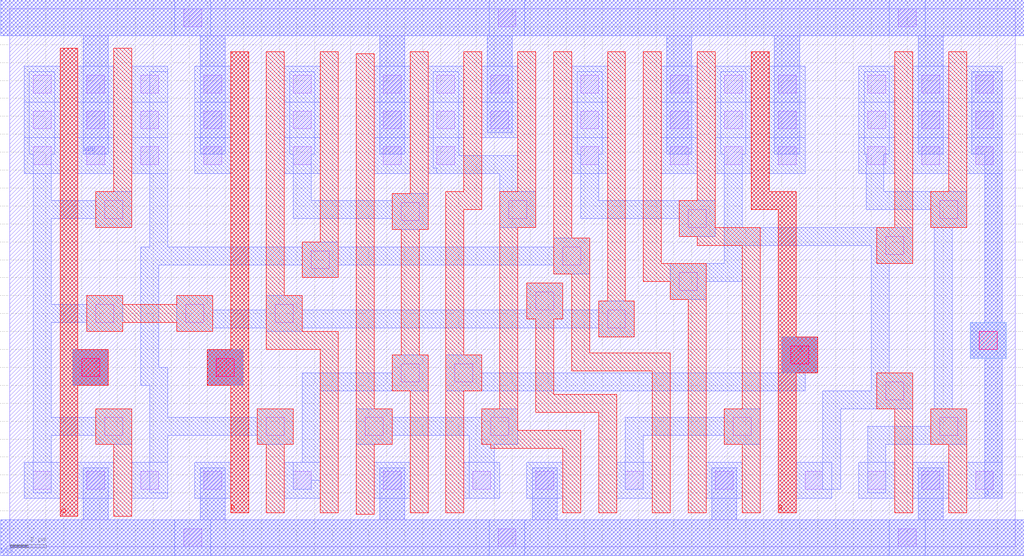
<source format=lef>
VERSION 5.3 ;

NAMESCASESENSITIVE ON ;

UNITS
  DATABASE MICRONS 1000 ;
END UNITS











MACRO sff1LEF
  CLASS BLOCK ;
  PIN CK
    DIRECTION INPUT ;
    PORT
      LAYER POL ;
        POLYGON 2.800 27.800  2.800 1.700  3.800 1.700  3.800 9.000  5.500 
        9.000  5.500 11.000  3.800 11.000  3.800 27.800  2.800 27.800  ;
    END
    PORT
      LAYER ML1 ;
        POLYGON 3.500 9.000  3.500 11.000  5.500 11.000  5.500 9.000  3.500 
        9.000  ;
    END
  END CK
  PIN D
    DIRECTION INPUT ;
    PORT
      LAYER POL ;
        POLYGON 11.000 11.000  11.000 9.000  12.300 9.000  12.300 1.900  
        13.300 1.900  13.300 27.600  12.300 27.600  12.300 11.000  11.000 
        11.000  ;
    END
    PORT
      LAYER ML1 ;
        POLYGON 11.000 9.000  11.000 11.000  13.000 11.000  13.000 9.000  
        11.000 9.000  ;
    END
  END D
  PIN Q
    DIRECTION OUTPUT ;
    PORT
      LAYER ML1 ;
        POLYGON 53.500 12.500  53.500 10.500  54.300 10.500  54.300 2.700  
        55.300 2.700  55.300 10.500  55.500 10.500  55.500 12.500  55.300 
        12.500  55.300 26.500  53.600 26.500  53.600 21.900  54.300 21.900  
        54.300 12.500  53.500 12.500  ;
    END
  END Q
  PIN S
    DIRECTION INPUT ;
    PORT
      LAYER POL ;
        POLYGON 41.300 27.600  41.300 18.800  42.800 18.800  42.800 1.900  
        43.800 1.900  43.800 9.700  45.000 9.700  45.000 11.700  43.800 11.700 
         43.800 19.800  42.300 19.800  42.300 27.600  41.300 27.600  ;
    END
    PORT
      LAYER ML1 ;
        RECT 43.000 9.700  45.000 11.700  ;
    END
  END S
  PIN VDD
    DIRECTION INOUT ;
    PORT
      LAYER ML1 ;
        POLYGON -0.500 30.500  -0.500 28.500  4.100 28.500  4.100 21.900  
        5.500 21.900  5.500 28.500  10.600 28.500  10.600 21.900  12.000 
        21.900  12.000 28.500  20.600 28.500  20.600 21.900  22.000 21.900  
        22.000 28.500  26.600 28.500  26.600 23.100  28.000 23.100  28.000 
        28.500  36.600 28.500  36.600 21.900  38.000 21.900  38.000 28.500  
        42.600 28.500  42.600 21.900  44.000 21.900  44.000 28.500  50.600 
        28.500  50.600 21.900  52.000 21.900  52.000 28.500  56.500 28.500  
        56.500 30.500  -0.500 30.500  ;
    END
  END VDD
  PIN VSS
    DIRECTION INOUT ;
    PORT
      LAYER ML1 ;
        POLYGON -0.500 1.500  -0.500 -0.500  56.500 -0.500  56.500 1.500  
        52.000 1.500  52.000 4.400  50.600 4.400  50.600 1.500  40.500 1.500  
        40.500 4.400  39.100 4.400  39.100 1.500  30.500 1.500  30.500 4.400  
        29.100 4.400  29.100 1.500  22.000 1.500  22.000 4.400  20.600 4.400  
        20.600 1.500  12.000 1.500  12.000 4.400  10.600 4.400  10.600 1.500  
        5.500 1.500  5.500 4.400  4.100 4.400  4.100 1.500  -0.500 1.500  ;
    END
  END VSS
  OBS
    LAYER CNT ;
      POLYGON 37.300 14.300  37.300 15.300  38.300 15.300  38.300 14.300  
      37.300 14.300  ;
      POLYGON 37.800 17.800  37.800 18.800  38.800 18.800  38.800 17.800  
      37.800 17.800  ;
      POLYGON 40.300 6.200  40.300 7.200  41.300 7.200  41.300 6.200  40.300 
      6.200  ;
      POLYGON 43.500 10.200  43.500 11.200  44.500 11.200  44.500 10.200  
      43.500 10.200  ;
      POLYGON 48.800 8.200  48.800 9.200  49.800 9.200  49.800 8.200  48.800 
      8.200  ;
      POLYGON 48.800 16.300  48.800 17.300  49.800 17.300  49.800 16.300  
      48.800 16.300  ;
      POLYGON 51.800 6.200  51.800 7.200  52.800 7.200  52.800 6.200  51.800 
      6.200  ;
      POLYGON 51.800 18.300  51.800 19.300  52.800 19.300  52.800 18.300  
      51.800 18.300  ;
      POLYGON 9.700 0.000  9.700 1.000  10.700 1.000  10.700 0.000  9.700 
      0.000  ;
      POLYGON 27.200 0.000  27.200 1.000  28.200 1.000  28.200 0.000  27.200 
      0.000  ;
      POLYGON 49.500 0.000  49.500 1.000  50.500 1.000  50.500 0.000  49.500 
      0.000  ;
      POLYGON 30.800 15.700  30.800 16.700  31.800 16.700  31.800 15.700  
      30.800 15.700  ;
      POLYGON 29.300 13.200  29.300 14.200  30.300 14.200  30.300 13.200  
      29.300 13.200  ;
      POLYGON 26.800 6.200  26.800 7.200  27.800 7.200  27.800 6.200  26.800 
      6.200  ;
      POLYGON 24.800 9.200  24.800 10.200  25.800 10.200  25.800 9.200  24.800 
      9.200  ;
      POLYGON 21.800 9.200  21.800 10.200  22.800 10.200  22.800 9.200  21.800 
      9.200  ;
      POLYGON 21.800 18.200  21.800 19.200  22.800 19.200  22.800 18.200  
      21.800 18.200  ;
      POLYGON 19.800 6.200  19.800 7.200  20.800 7.200  20.800 6.200  19.800 
      6.200  ;
      POLYGON 16.800 15.500  16.800 16.500  17.800 16.500  17.800 15.500  
      16.800 15.500  ;
      POLYGON 14.800 12.500  14.800 13.500  15.800 13.500  15.800 12.500  
      14.800 12.500  ;
      POLYGON 14.300 6.200  14.300 7.200  15.300 7.200  15.300 6.200  14.300 
      6.200  ;
      POLYGON 11.500 9.500  11.500 10.500  12.500 10.500  12.500 9.500  11.500 
      9.500  ;
      POLYGON 9.800 12.500  9.800 13.500  10.800 13.500  10.800 12.500  9.800 
      12.500  ;
      POLYGON 5.300 6.200  5.300 7.200  6.300 7.200  6.300 6.200  5.300 6.200  ;
      
      POLYGON 5.300 18.300  5.300 19.300  6.300 19.300  6.300 18.300  5.300 
      18.300  ;
      POLYGON 4.800 12.500  4.800 13.500  5.800 13.500  5.800 12.500  4.800 
      12.500  ;
      POLYGON 4.000 9.500  4.000 10.500  5.000 10.500  5.000 9.500  4.000 
      9.500  ;
      POLYGON 33.300 12.200  33.300 13.200  34.300 13.200  34.300 12.200  
      33.300 12.200  ;
      POLYGON 49.500 29.000  49.500 30.000  50.500 30.000  50.500 29.000  
      49.500 29.000  ;
      POLYGON 27.200 29.000  27.200 30.000  28.200 30.000  28.200 29.000  
      27.200 29.000  ;
      POLYGON 9.700 29.000  9.700 30.000  10.700 30.000  10.700 29.000  9.700 
      29.000  ;
      POLYGON 53.800 25.300  53.800 26.300  54.800 26.300  54.800 25.300  
      53.800 25.300  ;
      POLYGON 53.800 23.300  53.800 24.300  54.800 24.300  54.800 23.300  
      53.800 23.300  ;
      POLYGON 53.800 21.300  53.800 22.300  54.800 22.300  54.800 21.300  
      53.800 21.300  ;
      POLYGON 53.800 3.200  53.800 4.200  54.800 4.200  54.800 3.200  53.800 
      3.200  ;
      POLYGON 50.800 25.300  50.800 26.300  51.800 26.300  51.800 25.300  
      50.800 25.300  ;
      POLYGON 50.800 23.300  50.800 24.300  51.800 24.300  51.800 23.300  
      50.800 23.300  ;
      POLYGON 50.800 21.300  50.800 22.300  51.800 22.300  51.800 21.300  
      50.800 21.300  ;
      POLYGON 50.800 3.200  50.800 4.200  51.800 4.200  51.800 3.200  50.800 
      3.200  ;
      POLYGON 47.800 25.300  47.800 26.300  48.800 26.300  48.800 25.300  
      47.800 25.300  ;
      POLYGON 47.800 23.300  47.800 24.300  48.800 24.300  48.800 23.300  
      47.800 23.300  ;
      POLYGON 47.800 21.300  47.800 22.300  48.800 22.300  48.800 21.300  
      47.800 21.300  ;
      POLYGON 47.800 3.200  47.800 4.200  48.800 4.200  48.800 3.200  47.800 
      3.200  ;
      POLYGON 44.300 3.200  44.300 4.200  45.300 4.200  45.300 3.200  44.300 
      3.200  ;
      POLYGON 42.800 21.300  42.800 22.300  43.800 22.300  43.800 21.300  
      42.800 21.300  ;
      POLYGON 42.800 23.300  42.800 24.300  43.800 24.300  43.800 23.300  
      42.800 23.300  ;
      POLYGON 42.800 25.300  42.800 26.300  43.800 26.300  43.800 25.300  
      42.800 25.300  ;
      POLYGON 39.800 25.300  39.800 26.300  40.800 26.300  40.800 25.300  
      39.800 25.300  ;
      POLYGON 39.800 23.300  39.800 24.300  40.800 24.300  40.800 23.300  
      39.800 23.300  ;
      POLYGON 39.800 21.300  39.800 22.300  40.800 22.300  40.800 21.300  
      39.800 21.300  ;
      POLYGON 39.300 3.200  39.300 4.200  40.300 4.200  40.300 3.200  39.300 
      3.200  ;
      POLYGON 36.800 25.300  36.800 26.300  37.800 26.300  37.800 25.300  
      36.800 25.300  ;
      POLYGON 36.800 23.300  36.800 24.300  37.800 24.300  37.800 23.300  
      36.800 23.300  ;
      POLYGON 36.800 21.300  36.800 22.300  37.800 22.300  37.800 21.300  
      36.800 21.300  ;
      POLYGON 34.300 3.200  34.300 4.200  35.300 4.200  35.300 3.200  34.300 
      3.200  ;
      POLYGON 31.800 25.300  31.800 26.300  32.800 26.300  32.800 25.300  
      31.800 25.300  ;
      POLYGON 31.800 23.300  31.800 24.300  32.800 24.300  32.800 23.300  
      31.800 23.300  ;
      POLYGON 31.800 21.300  31.800 22.300  32.800 22.300  32.800 21.300  
      31.800 21.300  ;
      POLYGON 29.300 3.200  29.300 4.200  30.300 4.200  30.300 3.200  29.300 
      3.200  ;
      POLYGON 26.800 23.300  26.800 24.300  27.800 24.300  27.800 23.300  
      26.800 23.300  ;
      POLYGON 26.800 25.300  26.800 26.300  27.800 26.300  27.800 25.300  
      26.800 25.300  ;
      POLYGON 25.800 3.200  25.800 4.200  26.800 4.200  26.800 3.200  25.800 
      3.200  ;
      POLYGON 23.800 25.300  23.800 26.300  24.800 26.300  24.800 25.300  
      23.800 25.300  ;
      POLYGON 23.800 23.300  23.800 24.300  24.800 24.300  24.800 23.300  
      23.800 23.300  ;
      POLYGON 23.800 21.300  23.800 22.300  24.800 22.300  24.800 21.300  
      23.800 21.300  ;
      POLYGON 20.800 3.200  20.800 4.200  21.800 4.200  21.800 3.200  20.800 
      3.200  ;
      POLYGON 20.800 25.300  20.800 26.300  21.800 26.300  21.800 25.300  
      20.800 25.300  ;
      POLYGON 20.800 23.300  20.800 24.300  21.800 24.300  21.800 23.300  
      20.800 23.300  ;
      POLYGON 20.800 21.300  20.800 22.300  21.800 22.300  21.800 21.300  
      20.800 21.300  ;
      POLYGON 15.800 3.200  15.800 4.200  16.800 4.200  16.800 3.200  15.800 
      3.200  ;
      POLYGON 15.800 23.300  15.800 24.300  16.800 24.300  16.800 23.300  
      15.800 23.300  ;
      POLYGON 15.800 25.300  15.800 26.300  16.800 26.300  16.800 25.300  
      15.800 25.300  ;
      POLYGON 15.800 21.300  15.800 22.300  16.800 22.300  16.800 21.300  
      15.800 21.300  ;
      POLYGON 10.800 3.200  10.800 4.200  11.800 4.200  11.800 3.200  10.800 
      3.200  ;
      POLYGON 10.800 25.300  10.800 26.300  11.800 26.300  11.800 25.300  
      10.800 25.300  ;
      POLYGON 10.800 23.300  10.800 24.300  11.800 24.300  11.800 23.300  
      10.800 23.300  ;
      POLYGON 10.800 21.300  10.800 22.300  11.800 22.300  11.800 21.300  
      10.800 21.300  ;
      POLYGON 7.300 3.200  7.300 4.200  8.300 4.200  8.300 3.200  7.300 3.200  ;
      
      POLYGON 7.300 21.300  7.300 22.300  8.300 22.300  8.300 21.300  7.300 
      21.300  ;
      POLYGON 7.300 23.300  7.300 24.300  8.300 24.300  8.300 23.300  7.300 
      23.300  ;
      POLYGON 7.300 25.300  7.300 26.300  8.300 26.300  8.300 25.300  7.300 
      25.300  ;
      POLYGON 4.300 3.200  4.300 4.200  5.300 4.200  5.300 3.200  4.300 3.200  ;
      
      POLYGON 4.300 25.300  4.300 26.300  5.300 26.300  5.300 25.300  4.300 
      25.300  ;
      POLYGON 4.300 21.300  4.300 22.300  5.300 22.300  5.300 21.300  4.300 
      21.300  ;
      POLYGON 4.300 23.300  4.300 24.300  5.300 24.300  5.300 23.300  4.300 
      23.300  ;
      POLYGON 1.300 25.300  1.300 26.300  2.300 26.300  2.300 25.300  1.300 
      25.300  ;
      POLYGON 1.300 3.200  1.300 4.200  2.300 4.200  2.300 3.200  1.300 3.200  ;
      
      POLYGON 1.300 21.300  1.300 22.300  2.300 22.300  2.300 21.300  1.300 
      21.300  ;
      POLYGON 1.300 23.300  1.300 24.300  2.300 24.300  2.300 23.300  1.300 
      23.300  ;
      POLYGON 27.800 19.300  27.800 18.300  28.800 18.300  28.800 19.300  
      27.800 19.300  ;
    LAYER FRAME ;
      POLYGON -0.500 1.500  -0.500 -0.500  56.500 -0.500  56.500 1.500  -0.500 
      1.500  ;
      RECT -0.500 28.500  56.500 30.500  ;
      POLYGON 0.000 0.000  56.000 0.000  56.000 30.000  0.000 30.000  0.000 
      0.000  ;
    LAYER ML1 ;
      POLYGON 53.300 2.700  55.300 2.700  55.300 4.700  53.300 4.700  53.300 
      2.700  ;
      POLYGON 11.000 9.000  11.000 11.000  13.000 11.000  13.000 9.000  11.000 
      9.000  ;
      POLYGON 3.500 9.000  3.500 11.000  5.500 11.000  5.500 9.000  3.500 
      9.000  ;
      RECT 49.000 -0.500  51.000 1.500  ;
      RECT 26.700 -0.500  28.700 1.500  ;
      RECT 9.200 -0.500  11.200 1.500  ;
      RECT 43.000 9.700  45.000 11.700  ;
      RECT 11.000 9.000  13.000 11.000  ;
      RECT 3.500 9.000  5.500 11.000  ;
      RECT 49.000 28.500  51.000 30.500  ;
      RECT 26.700 28.500  28.700 30.500  ;
      RECT 9.200 28.500  11.200 30.500  ;
      RECT 53.300 24.800  55.300 26.800  ;
      RECT 53.300 22.800  55.300 24.800  ;
      RECT 53.300 20.800  55.300 22.800  ;
      RECT 53.300 2.700  55.300 4.700  ;
      RECT 50.300 24.800  52.300 26.800  ;
      RECT 50.300 22.800  52.300 24.800  ;
      RECT 50.300 20.800  52.300 22.800  ;
      RECT 50.300 2.700  52.300 4.700  ;
      RECT 47.300 24.800  49.300 26.800  ;
      RECT 47.300 22.800  49.300 24.800  ;
      RECT 47.300 20.800  49.300 22.800  ;
      RECT 47.300 2.700  49.300 4.700  ;
      RECT 43.800 2.700  45.800 4.700  ;
      RECT 42.300 20.800  44.300 22.800  ;
      RECT 42.300 22.800  44.300 24.800  ;
      RECT 42.300 24.800  44.300 26.800  ;
      RECT 39.300 24.800  41.300 26.800  ;
      RECT 39.300 22.800  41.300 24.800  ;
      RECT 39.300 20.800  41.300 22.800  ;
      RECT 38.800 2.700  40.800 4.700  ;
      RECT 36.300 24.800  38.300 26.800  ;
      RECT 36.300 22.800  38.300 24.800  ;
      RECT 36.300 20.800  38.300 22.800  ;
      RECT 33.800 2.700  35.800 4.700  ;
      RECT 31.300 24.800  33.300 26.800  ;
      RECT 31.300 22.800  33.300 24.800  ;
      RECT 31.300 20.800  33.300 22.800  ;
      RECT 28.800 2.700  30.800 4.700  ;
      RECT 26.300 22.800  28.300 24.800  ;
      RECT 26.300 24.800  28.300 26.800  ;
      RECT 25.300 2.700  27.300 4.700  ;
      RECT 23.300 24.800  25.300 26.800  ;
      RECT 23.300 22.800  25.300 24.800  ;
      RECT 23.300 20.800  25.300 22.800  ;
      RECT 20.300 2.700  22.300 4.700  ;
      RECT 20.300 24.800  22.300 26.800  ;
      RECT 20.300 22.800  22.300 24.800  ;
      RECT 20.300 20.800  22.300 22.800  ;
      RECT 15.300 2.700  17.300 4.700  ;
      RECT 15.300 22.800  17.300 24.800  ;
      RECT 15.300 24.800  17.300 26.800  ;
      RECT 15.300 20.800  17.300 22.800  ;
      RECT 10.300 2.700  12.300 4.700  ;
      RECT 10.300 24.800  12.300 26.800  ;
      RECT 10.300 22.800  12.300 24.800  ;
      RECT 10.300 20.800  12.300 22.800  ;
      RECT 6.800 2.700  8.800 4.700  ;
      RECT 6.800 20.800  8.800 22.800  ;
      RECT 6.800 22.800  8.800 24.800  ;
      RECT 6.800 24.800  8.800 26.800  ;
      RECT 3.800 2.700  5.800 4.700  ;
      RECT 3.800 24.800  5.800 26.800  ;
      RECT 3.800 20.800  5.800 22.800  ;
      RECT 3.800 22.800  5.800 24.800  ;
      RECT 0.800 24.800  2.800 26.800  ;
      RECT 0.800 2.700  2.800 4.700  ;
      RECT 0.800 20.800  2.800 22.800  ;
      RECT 0.800 22.800  2.800 24.800  ;
      POLYGON -0.500 30.500  -0.500 28.500  4.100 28.500  4.100 21.900  5.500 
      21.900  5.500 28.500  10.600 28.500  10.600 21.900  12.000 21.900  
      12.000 28.500  20.600 28.500  20.600 21.900  22.000 21.900  22.000 
      28.500  26.600 28.500  26.600 23.100  28.000 23.100  28.000 28.500  
      36.600 28.500  36.600 21.900  38.000 21.900  38.000 28.500  42.600 
      28.500  42.600 21.900  44.000 21.900  44.000 28.500  50.600 28.500  
      50.600 21.900  52.000 21.900  52.000 28.500  56.500 28.500  56.500 
      30.500  -0.500 30.500  ;
      POLYGON -0.500 1.500  -0.500 -0.500  56.500 -0.500  56.500 1.500  52.000 
      1.500  52.000 4.400  50.600 4.400  50.600 1.500  40.500 1.500  40.500 
      4.400  39.100 4.400  39.100 1.500  30.500 1.500  30.500 4.400  29.100 
      4.400  29.100 1.500  22.000 1.500  22.000 4.400  20.600 4.400  20.600 
      1.500  12.000 1.500  12.000 4.400  10.600 4.400  10.600 1.500  5.500 
      1.500  5.500 4.400  4.100 4.400  4.100 1.500  -0.500 1.500  ;
      POLYGON 1.100 26.500  1.100 21.900  1.300 21.900  1.300 3.000  2.300 
      3.000  2.300 6.200  4.800 6.200  4.800 5.700  6.800 5.700  6.800 7.700  
      4.800 7.700  4.800 7.200  2.300 7.200  2.300 12.500  4.300 12.500  4.300 
      12.000  6.300 12.000  6.300 14.000  4.300 14.000  4.300 13.500  2.300 
      13.500  2.300 18.300  4.800 18.300  4.800 17.800  6.800 17.800  6.800 
      19.800  4.800 19.800  4.800 19.300  2.300 19.300  2.300 21.900  2.500 
      21.900  2.500 26.500  1.100 26.500  ;
      POLYGON 7.300 16.700  7.300 9.000  7.800 9.000  7.800 3.000  8.800 3.000 
       8.800 6.200  13.800 6.200  13.800 5.700  15.800 5.700  15.800 7.700  
      13.800 7.700  13.800 7.200  8.800 7.200  8.800 10.000  8.300 10.000  
      8.300 15.700  16.300 15.700  16.300 15.000  18.300 15.000  18.300 15.700 
       30.300 15.700  30.300 15.200  32.300 15.200  32.300 17.200  30.300 
      17.200  30.300 16.700  18.300 16.700  18.300 17.000  16.300 17.000  
      16.300 16.700  8.800 16.700  8.800 26.500  7.800 26.500  7.800 16.700  
      7.300 16.700  ;
      POLYGON 9.300 14.000  9.300 12.000  11.300 12.000  11.300 12.200  14.300 
      12.200  14.300 12.000  16.300 12.000  16.300 12.200  32.800 12.200  
      32.800 11.700  34.800 11.700  34.800 13.700  32.800 13.700  32.800 
      13.200  30.800 13.200  30.800 14.700  28.800 14.700  28.800 13.200  
      16.300 13.200  16.300 14.000  14.300 14.000  14.300 13.200  11.300 
      13.200  11.300 14.000  9.300 14.000  ;
      POLYGON 15.800 4.700  15.800 3.200  16.800 3.200  16.800 3.700  17.300 
      3.700  17.300 8.700  23.300 8.700  23.300 10.700  21.300 10.700  21.300 
      9.700  16.300 9.700  16.300 4.700  15.800 4.700  ;
      POLYGON 19.300 7.700  19.300 5.700  21.300 5.700  21.300 6.200  25.600 
      6.200  25.600 2.700  27.000 2.700  27.000 5.700  28.300 5.700  28.300 
      7.700  26.300 7.700  26.300 7.200  21.300 7.200  21.300 7.700  19.300 
      7.700  ;
      POLYGON 15.600 26.500  15.600 21.900  15.800 21.900  15.800 18.300  
      21.300 18.300  21.300 17.700  23.300 17.700  23.300 19.700  21.300 
      19.700  21.300 19.300  16.800 19.300  16.800 21.900  17.000 21.900  
      17.000 26.500  15.600 26.500  ;
      POLYGON 23.600 26.500  23.600 21.100  23.800 21.100  23.800 20.800  
      27.300 20.800  27.300 17.800  29.300 17.800  29.300 19.800  28.300 
      19.800  28.300 21.800  25.000 21.800  25.000 26.500  23.600 26.500  ;
      POLYGON 24.300 10.700  24.300 8.700  44.300 8.700  44.300 9.700  45.000 
      9.700  45.000 11.700  43.000 11.700  43.000 9.700  26.300 9.700  26.300 
      10.700  24.300 10.700  ;
      POLYGON 34.300 7.200  34.300 3.200  35.300 3.200  35.300 6.200  39.800 
      6.200  39.800 5.700  41.800 5.700  41.800 7.700  39.800 7.700  39.800 
      7.200  34.300 7.200  ;
      POLYGON 31.600 26.500  31.600 21.900  31.800 21.900  31.800 18.300  
      37.300 18.300  37.300 17.300  39.300 17.300  39.300 19.300  32.800 
      19.300  32.800 21.900  33.000 21.900  33.000 26.500  31.600 26.500  ;
      POLYGON 45.300 8.700  45.300 3.200  46.300 3.200  46.300 7.700  50.300 
      7.700  50.300 9.700  49.000 9.700  49.000 15.800  50.300 15.800  50.300 
      17.800  40.800 17.800  40.800 21.900  41.000 21.900  41.000 26.500  
      39.600 26.500  39.600 21.900  39.800 21.900  39.800 15.800  36.800 
      15.800  36.800 13.800  38.800 13.800  38.800 14.800  40.800 14.800  
      40.800 16.800  48.000 16.800  48.000 8.700  45.300 8.700  ;
      POLYGON 47.800 6.700  47.800 3.000  48.800 3.000  48.800 5.700  53.300 
      5.700  53.300 7.700  52.500 7.700  52.500 17.800  53.300 17.800  53.300 
      19.800  48.700 19.800  48.700 21.900  49.000 21.900  49.000 26.500  
      47.600 26.500  47.600 21.900  47.700 21.900  47.700 18.800  51.300 
      18.800  51.300 17.800  51.500 17.800  51.500 7.700  51.300 7.700  51.300 
      6.700  47.800 6.700  ;
      POLYGON 53.500 12.500  53.500 10.500  54.300 10.500  54.300 2.700  
      55.300 2.700  55.300 10.500  55.500 10.500  55.500 12.500  55.300 12.500 
       55.300 26.500  53.600 26.500  53.600 21.900  54.300 21.900  54.300 
      12.500  53.500 12.500  ;
    LAYER ML2 ;
      POLYGON 43.000 11.700  43.000 9.700  45.000 9.700  45.000 11.700  43.000 
      11.700  ;
      POLYGON 53.500 10.500  53.500 12.500  55.500 12.500  55.500 10.500  
      53.500 10.500  ;
      POLYGON 3.500 9.000  3.500 11.000  5.500 11.000  5.500 9.000  3.500 
      9.000  ;
      POLYGON 11.000 9.000  11.000 11.000  13.000 11.000  13.000 9.000  11.000 
      9.000  ;
    LAYER POL ;
      POLYGON 4.800 19.800  4.800 17.800  6.800 17.800  6.800 27.800  5.800 
      27.800  5.800 19.800  4.800 19.800  ;
      POLYGON 2.800 27.800  2.800 1.700  3.800 1.700  3.800 9.000  5.500 9.000 
       5.500 11.000  3.800 11.000  3.800 27.800  2.800 27.800  ;
      POLYGON 4.800 7.700  4.800 5.700  5.800 5.700  5.800 1.700  6.800 1.700  
      6.800 7.700  4.800 7.700  ;
      POLYGON 4.300 14.000  4.300 12.000  6.300 12.000  6.300 12.500  9.300 
      12.500  9.300 12.000  11.300 12.000  11.300 14.000  9.300 14.000  9.300 
      13.500  6.300 13.500  6.300 14.000  4.300 14.000  ;
      POLYGON 11.000 11.000  11.000 9.000  12.300 9.000  12.300 1.900  13.300 
      1.900  13.300 27.600  12.300 27.600  12.300 11.000  11.000 11.000  ;
      POLYGON 13.800 7.700  13.800 5.700  14.300 5.700  14.300 1.900  15.300 
      1.900  15.300 5.700  15.800 5.700  15.800 7.700  13.800 7.700  ;
      POLYGON 14.300 27.600  14.300 11.000  17.300 11.000  17.300 1.900  
      18.300 1.900  18.300 12.000  16.300 12.000  16.300 14.000  15.300 14.000 
       15.300 27.600  14.300 27.600  ;
      POLYGON 19.300 27.500  19.300 1.800  20.300 1.800  20.300 5.700  21.300 
      5.700  21.300 7.700  20.300 7.700  20.300 27.500  19.300 27.500  ;
      POLYGON 16.300 17.000  16.300 15.000  18.300 15.000  18.300 27.600  
      17.300 27.600  17.300 17.000  16.300 17.000  ;
      POLYGON 21.300 10.700  21.300 8.700  22.300 8.700  22.300 1.900  23.300 
      1.900  23.300 10.700  22.800 10.700  22.800 17.700  23.300 17.700  
      23.300 27.600  22.300 27.600  22.300 19.700  21.300 19.700  21.300 
      17.700  21.800 17.700  21.800 10.700  21.300 10.700  ;
      POLYGON 24.300 19.800  24.300 1.900  25.300 1.900  25.300 8.700  26.300 
      8.700  26.300 10.700  25.300 10.700  25.300 18.800  26.300 18.800  
      26.300 27.600  25.300 27.600  25.300 19.800  24.300 19.800  ;
      POLYGON 26.300 7.700  26.300 5.700  26.800 5.700  26.800 5.500  30.800 
      5.500  30.800 1.900  31.800 1.900  31.800 6.500  28.300 6.500  28.300 
      17.800  29.300 17.800  29.300 27.600  28.300 27.600  28.300 19.800  
      27.300 19.800  27.300 7.700  26.300 7.700  ;
      POLYGON 28.800 14.700  28.800 12.700  29.300 12.700  29.300 7.500  
      32.800 7.500  32.800 1.900  33.800 1.900  33.800 8.500  30.300 8.500  
      30.300 12.700  30.800 12.700  30.800 14.700  28.800 14.700  ;
      POLYGON 30.300 27.600  30.300 15.200  31.300 15.200  31.300 9.800  
      35.800 9.800  35.800 1.900  36.800 1.900  36.800 10.800  32.300 10.800  
      32.300 17.200  31.300 17.200  31.300 27.600  30.300 27.600  ;
      POLYGON 32.800 13.700  32.800 11.700  34.800 11.700  34.800 13.700  
      34.300 13.700  34.300 27.600  33.300 27.600  33.300 13.700  32.800 
      13.700  ;
      POLYGON 35.300 27.600  35.300 14.800  36.800 14.800  36.800 13.800  
      37.800 13.800  37.800 1.900  38.800 1.900  38.800 15.800  36.300 15.800  
      36.300 27.600  35.300 27.600  ;
      POLYGON 39.800 7.700  39.800 5.700  40.800 5.700  40.800 1.900  41.800 
      1.900  41.800 17.800  39.300 17.800  39.300 27.600  38.300 27.600  
      38.300 19.300  37.300 19.300  37.300 17.300  38.300 17.300  38.300 
      16.800  40.800 16.800  40.800 7.700  39.800 7.700  ;
      POLYGON 41.300 27.600  41.300 18.800  42.800 18.800  42.800 1.900  
      43.800 1.900  43.800 9.700  45.000 9.700  45.000 11.700  43.800 11.700  
      43.800 19.800  42.300 19.800  42.300 27.600  41.300 27.600  ;
      POLYGON 48.300 9.700  48.300 7.700  49.300 7.700  49.300 1.900  50.300 
      1.900  50.300 9.700  48.300 9.700  ;
      POLYGON 51.300 7.700  51.300 5.700  52.300 5.700  52.300 1.900  53.300 
      1.900  53.300 7.700  51.300 7.700  ;
      POLYGON 48.300 17.800  48.300 15.800  50.300 15.800  50.300 27.600  
      49.300 27.600  49.300 17.800  48.300 17.800  ;
      POLYGON 51.300 19.800  51.300 17.800  53.300 17.800  53.300 27.600  
      52.300 27.600  52.300 19.800  51.300 19.800  ;
    LAYER VIA1 ;
      POLYGON 54.000 11.000  54.000 12.000  55.000 12.000  55.000 11.000  
      54.000 11.000  ;
      POLYGON 4.000 9.500  4.000 10.500  5.000 10.500  5.000 9.500  4.000 
      9.500  ;
      POLYGON 11.500 9.500  11.500 10.500  12.500 10.500  12.500 9.500  11.500 
      9.500  ;
      POLYGON 43.500 10.200  43.500 11.200  44.500 11.200  44.500 10.200  
      43.500 10.200  ;
  END
END sff1LEF


END LIBRARY

</source>
